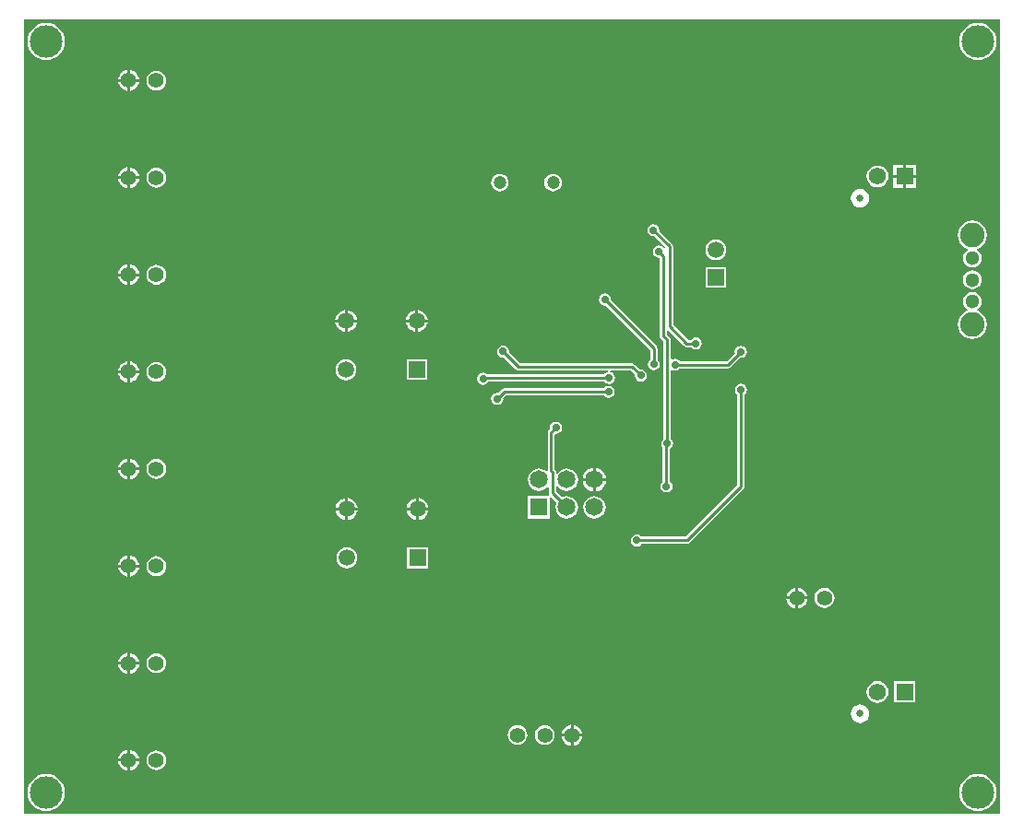
<source format=gbl>
G04*
G04 #@! TF.GenerationSoftware,Altium Limited,Altium Designer,21.9.2 (33)*
G04*
G04 Layer_Physical_Order=2*
G04 Layer_Color=16711680*
%FSLAX44Y44*%
%MOMM*%
G71*
G04*
G04 #@! TF.SameCoordinates,0E528642-7EEA-4571-B266-ABD313229C03*
G04*
G04*
G04 #@! TF.FilePolarity,Positive*
G04*
G01*
G75*
%ADD12C,0.2540*%
%ADD57C,1.4000*%
%ADD58C,1.3000*%
%ADD59C,2.2500*%
%ADD60R,1.5000X1.5000*%
%ADD61C,1.5000*%
%ADD62C,1.4160*%
%ADD63R,1.5000X1.5000*%
%ADD64C,1.2000*%
%ADD65R,1.6500X1.6500*%
%ADD66C,1.6500*%
%ADD67R,1.5750X1.5750*%
%ADD68C,1.5750*%
%ADD69C,0.6500*%
%ADD70C,3.0000*%
%ADD71C,0.7000*%
G36*
X895000Y-730000D02*
X0D01*
Y0D01*
X895000D01*
X895000Y-730000D01*
D02*
G37*
%LPC*%
G36*
X875000Y-2918D02*
X871667Y-3246D01*
X868463Y-4218D01*
X865510Y-5797D01*
X862921Y-7921D01*
X860797Y-10510D01*
X859218Y-13463D01*
X858246Y-16667D01*
X857918Y-20000D01*
X858246Y-23333D01*
X859218Y-26537D01*
X860797Y-29490D01*
X862921Y-32079D01*
X865510Y-34203D01*
X868463Y-35782D01*
X871667Y-36754D01*
X875000Y-37082D01*
X878333Y-36754D01*
X881537Y-35782D01*
X884490Y-34203D01*
X887079Y-32079D01*
X889203Y-29490D01*
X890782Y-26537D01*
X891754Y-23333D01*
X892082Y-20000D01*
X891754Y-16667D01*
X890782Y-13463D01*
X889203Y-10510D01*
X887079Y-7921D01*
X884490Y-5797D01*
X881537Y-4218D01*
X878333Y-3246D01*
X875000Y-2918D01*
D02*
G37*
G36*
X20000D02*
X16667Y-3246D01*
X13463Y-4218D01*
X10510Y-5797D01*
X7921Y-7921D01*
X5797Y-10510D01*
X4218Y-13463D01*
X3246Y-16667D01*
X2918Y-20000D01*
X3246Y-23333D01*
X4218Y-26537D01*
X5797Y-29490D01*
X7921Y-32079D01*
X10510Y-34203D01*
X13463Y-35782D01*
X16667Y-36754D01*
X20000Y-37082D01*
X23333Y-36754D01*
X26537Y-35782D01*
X29490Y-34203D01*
X32079Y-32079D01*
X34203Y-29490D01*
X35782Y-26537D01*
X36754Y-23333D01*
X37082Y-20000D01*
X36754Y-16667D01*
X35782Y-13463D01*
X34203Y-10510D01*
X32079Y-7921D01*
X29490Y-5797D01*
X26537Y-4218D01*
X23333Y-3246D01*
X20000Y-2918D01*
D02*
G37*
G36*
X96960Y-46454D02*
Y-54720D01*
X105226D01*
X105062Y-53479D01*
X104093Y-51139D01*
X102551Y-49129D01*
X100541Y-47587D01*
X98201Y-46618D01*
X96960Y-46454D01*
D02*
G37*
G36*
X94420D02*
X93179Y-46618D01*
X90838Y-47587D01*
X88829Y-49129D01*
X87287Y-51139D01*
X86318Y-53479D01*
X86154Y-54720D01*
X94420D01*
Y-46454D01*
D02*
G37*
G36*
X121090Y-46832D02*
X118720Y-47144D01*
X116511Y-48059D01*
X114614Y-49514D01*
X113159Y-51411D01*
X112244Y-53620D01*
X111932Y-55990D01*
X112244Y-58360D01*
X113159Y-60569D01*
X114614Y-62466D01*
X116511Y-63921D01*
X118720Y-64836D01*
X121090Y-65148D01*
X123460Y-64836D01*
X125669Y-63921D01*
X127566Y-62466D01*
X129021Y-60569D01*
X129936Y-58360D01*
X130248Y-55990D01*
X129936Y-53620D01*
X129021Y-51411D01*
X127566Y-49514D01*
X125669Y-48059D01*
X123460Y-47144D01*
X121090Y-46832D01*
D02*
G37*
G36*
X105226Y-57260D02*
X96960D01*
Y-65526D01*
X98201Y-65362D01*
X100541Y-64393D01*
X102551Y-62851D01*
X104093Y-60841D01*
X105062Y-58501D01*
X105226Y-57260D01*
D02*
G37*
G36*
X94420D02*
X86154D01*
X86318Y-58501D01*
X87287Y-60841D01*
X88829Y-62851D01*
X90838Y-64393D01*
X93179Y-65362D01*
X94420Y-65526D01*
Y-57260D01*
D02*
G37*
G36*
X818405Y-133605D02*
X809260D01*
Y-142750D01*
X818405D01*
Y-133605D01*
D02*
G37*
G36*
X806720D02*
X797575D01*
Y-142750D01*
X806720D01*
Y-133605D01*
D02*
G37*
G36*
X96960Y-135673D02*
Y-143939D01*
X105226D01*
X105062Y-142697D01*
X104093Y-140357D01*
X102551Y-138348D01*
X100541Y-136805D01*
X98201Y-135836D01*
X96960Y-135673D01*
D02*
G37*
G36*
X94420D02*
X93179Y-135836D01*
X90838Y-136805D01*
X88829Y-138348D01*
X87287Y-140357D01*
X86318Y-142697D01*
X86154Y-143939D01*
X94420D01*
Y-135673D01*
D02*
G37*
G36*
X782990Y-134060D02*
X780412Y-134399D01*
X778010Y-135394D01*
X775947Y-136977D01*
X774364Y-139040D01*
X773369Y-141442D01*
X773030Y-144020D01*
X773369Y-146598D01*
X774364Y-149000D01*
X775947Y-151063D01*
X778010Y-152646D01*
X780412Y-153641D01*
X782990Y-153980D01*
X785568Y-153641D01*
X787970Y-152646D01*
X790033Y-151063D01*
X791616Y-149000D01*
X792611Y-146598D01*
X792950Y-144020D01*
X792611Y-141442D01*
X791616Y-139040D01*
X790033Y-136977D01*
X787970Y-135394D01*
X785568Y-134399D01*
X782990Y-134060D01*
D02*
G37*
G36*
X121090Y-136050D02*
X118720Y-136362D01*
X116511Y-137277D01*
X114614Y-138733D01*
X113159Y-140629D01*
X112244Y-142838D01*
X111932Y-145209D01*
X112244Y-147579D01*
X113159Y-149788D01*
X114614Y-151685D01*
X116511Y-153140D01*
X118720Y-154055D01*
X121090Y-154367D01*
X123460Y-154055D01*
X125669Y-153140D01*
X127566Y-151685D01*
X129021Y-149788D01*
X129936Y-147579D01*
X130248Y-145209D01*
X129936Y-142838D01*
X129021Y-140629D01*
X127566Y-138733D01*
X125669Y-137277D01*
X123460Y-136362D01*
X121090Y-136050D01*
D02*
G37*
G36*
X818405Y-145290D02*
X809260D01*
Y-154435D01*
X818405D01*
Y-145290D01*
D02*
G37*
G36*
X806720D02*
X797575D01*
Y-154435D01*
X806720D01*
Y-145290D01*
D02*
G37*
G36*
X105226Y-146479D02*
X96960D01*
Y-154744D01*
X98201Y-154581D01*
X100541Y-153612D01*
X102551Y-152070D01*
X104093Y-150060D01*
X105062Y-147720D01*
X105226Y-146479D01*
D02*
G37*
G36*
X94420D02*
X86154D01*
X86318Y-147720D01*
X87287Y-150060D01*
X88829Y-152070D01*
X90838Y-153612D01*
X93179Y-154581D01*
X94420Y-154744D01*
Y-146479D01*
D02*
G37*
G36*
X485220Y-141751D02*
X483132Y-142026D01*
X481185Y-142832D01*
X479514Y-144115D01*
X478232Y-145786D01*
X477426Y-147732D01*
X477151Y-149820D01*
X477426Y-151909D01*
X478232Y-153855D01*
X479514Y-155526D01*
X481185Y-156808D01*
X483132Y-157614D01*
X485220Y-157889D01*
X487308Y-157614D01*
X489254Y-156808D01*
X490926Y-155526D01*
X492208Y-153855D01*
X493014Y-151909D01*
X493289Y-149820D01*
X493014Y-147732D01*
X492208Y-145786D01*
X490926Y-144115D01*
X489254Y-142832D01*
X487308Y-142026D01*
X485220Y-141751D01*
D02*
G37*
G36*
X436420D02*
X434332Y-142026D01*
X432385Y-142832D01*
X430714Y-144115D01*
X429432Y-145786D01*
X428626Y-147732D01*
X428351Y-149820D01*
X428626Y-151909D01*
X429432Y-153855D01*
X430714Y-155526D01*
X432385Y-156808D01*
X434332Y-157614D01*
X436420Y-157889D01*
X438508Y-157614D01*
X440454Y-156808D01*
X442126Y-155526D01*
X443408Y-153855D01*
X444214Y-151909D01*
X444489Y-149820D01*
X444214Y-147732D01*
X443408Y-145786D01*
X442126Y-144115D01*
X440454Y-142832D01*
X438508Y-142026D01*
X436420Y-141751D01*
D02*
G37*
G36*
X766990Y-155447D02*
X764771Y-155739D01*
X762703Y-156595D01*
X760928Y-157958D01*
X759565Y-159733D01*
X758709Y-161801D01*
X758417Y-164020D01*
X758709Y-166239D01*
X759565Y-168307D01*
X760928Y-170082D01*
X762703Y-171445D01*
X764771Y-172301D01*
X766990Y-172593D01*
X769209Y-172301D01*
X771276Y-171445D01*
X773052Y-170082D01*
X774415Y-168307D01*
X775271Y-166239D01*
X775563Y-164020D01*
X775271Y-161801D01*
X774415Y-159733D01*
X773052Y-157958D01*
X771276Y-156595D01*
X769209Y-155739D01*
X766990Y-155447D01*
D02*
G37*
G36*
X577250Y-187892D02*
X575104Y-188319D01*
X573285Y-189535D01*
X572069Y-191354D01*
X571642Y-193500D01*
X572069Y-195646D01*
X573285Y-197465D01*
X575104Y-198681D01*
X577250Y-199108D01*
X577995Y-198960D01*
X588155Y-209120D01*
X588084Y-209421D01*
X586721Y-209667D01*
X586465Y-209285D01*
X584646Y-208069D01*
X582500Y-207642D01*
X580354Y-208069D01*
X578535Y-209285D01*
X577319Y-211104D01*
X576892Y-213250D01*
X577319Y-215396D01*
X578535Y-217215D01*
X580354Y-218431D01*
X582500Y-218858D01*
X582916Y-219199D01*
Y-290500D01*
X583170Y-291776D01*
X583893Y-292857D01*
X586666Y-295631D01*
Y-313671D01*
X586606Y-313972D01*
Y-385153D01*
X586035Y-385535D01*
X584819Y-387354D01*
X584392Y-389500D01*
X584819Y-391646D01*
X585916Y-393288D01*
Y-424363D01*
X585285Y-424785D01*
X584069Y-426604D01*
X583642Y-428750D01*
X584069Y-430896D01*
X585285Y-432715D01*
X587104Y-433931D01*
X589250Y-434358D01*
X591396Y-433931D01*
X593215Y-432715D01*
X594431Y-430896D01*
X594858Y-428750D01*
X594431Y-426604D01*
X593215Y-424785D01*
X592584Y-424363D01*
Y-394388D01*
X593965Y-393465D01*
X595181Y-391646D01*
X595608Y-389500D01*
X595181Y-387354D01*
X593965Y-385535D01*
X593274Y-385073D01*
Y-322486D01*
X594544Y-321807D01*
X595104Y-322181D01*
X597250Y-322608D01*
X599396Y-322181D01*
X601215Y-320965D01*
X601637Y-320334D01*
X645750D01*
X647026Y-320080D01*
X648108Y-319357D01*
X656756Y-310710D01*
X657500Y-310858D01*
X659646Y-310431D01*
X661465Y-309215D01*
X662681Y-307396D01*
X663108Y-305250D01*
X662681Y-303104D01*
X661465Y-301285D01*
X659646Y-300069D01*
X657500Y-299642D01*
X655354Y-300069D01*
X653535Y-301285D01*
X652319Y-303104D01*
X651892Y-305250D01*
X652040Y-305995D01*
X644369Y-313666D01*
X601637D01*
X601215Y-313035D01*
X599396Y-311819D01*
X597250Y-311392D01*
X595104Y-311819D01*
X594454Y-312253D01*
X593334Y-311655D01*
Y-294250D01*
X593080Y-292974D01*
X592357Y-291893D01*
X589584Y-289119D01*
Y-285845D01*
X590854Y-285319D01*
X605392Y-299858D01*
X606474Y-300580D01*
X607750Y-300834D01*
X611863D01*
X612285Y-301465D01*
X614104Y-302681D01*
X616250Y-303108D01*
X618396Y-302681D01*
X620215Y-301465D01*
X621431Y-299646D01*
X621858Y-297500D01*
X621431Y-295354D01*
X620215Y-293535D01*
X618396Y-292319D01*
X616250Y-291892D01*
X614104Y-292319D01*
X612285Y-293535D01*
X611863Y-294166D01*
X609131D01*
X595334Y-280369D01*
Y-208250D01*
X595080Y-206974D01*
X594358Y-205893D01*
X582710Y-194245D01*
X582858Y-193500D01*
X582431Y-191354D01*
X581215Y-189535D01*
X579396Y-188319D01*
X577250Y-187892D01*
D02*
G37*
G36*
X634500Y-202018D02*
X632020Y-202345D01*
X629709Y-203302D01*
X627725Y-204825D01*
X626202Y-206809D01*
X625244Y-209120D01*
X624918Y-211600D01*
X625244Y-214080D01*
X626202Y-216391D01*
X627725Y-218375D01*
X629709Y-219898D01*
X632020Y-220856D01*
X634500Y-221182D01*
X636980Y-220856D01*
X639291Y-219898D01*
X641275Y-218375D01*
X642798Y-216391D01*
X643755Y-214080D01*
X644082Y-211600D01*
X643755Y-209120D01*
X642798Y-206809D01*
X641275Y-204825D01*
X639291Y-203302D01*
X636980Y-202345D01*
X634500Y-202018D01*
D02*
G37*
G36*
X870000Y-184636D02*
X866541Y-185091D01*
X863318Y-186426D01*
X860550Y-188550D01*
X858426Y-191318D01*
X857091Y-194541D01*
X856636Y-198000D01*
X857091Y-201459D01*
X858426Y-204682D01*
X860550Y-207450D01*
X863318Y-209574D01*
X865272Y-210383D01*
X865410Y-210756D01*
X865404Y-211813D01*
X863938Y-212938D01*
X862575Y-214713D01*
X861719Y-216781D01*
X861427Y-219000D01*
X861719Y-221219D01*
X862575Y-223287D01*
X863938Y-225062D01*
X865713Y-226425D01*
X867781Y-227281D01*
X870000Y-227573D01*
X872219Y-227281D01*
X874287Y-226425D01*
X876062Y-225062D01*
X877425Y-223287D01*
X878281Y-221219D01*
X878573Y-219000D01*
X878281Y-216781D01*
X877425Y-214713D01*
X876062Y-212938D01*
X874596Y-211813D01*
X874590Y-210756D01*
X874728Y-210383D01*
X876682Y-209574D01*
X879450Y-207450D01*
X881574Y-204682D01*
X882909Y-201459D01*
X883364Y-198000D01*
X882909Y-194541D01*
X881574Y-191318D01*
X879450Y-188550D01*
X876682Y-186426D01*
X873459Y-185091D01*
X870000Y-184636D01*
D02*
G37*
G36*
X96960Y-224891D02*
Y-233157D01*
X105226D01*
X105062Y-231916D01*
X104093Y-229576D01*
X102551Y-227566D01*
X100541Y-226024D01*
X98201Y-225055D01*
X96960Y-224891D01*
D02*
G37*
G36*
X94420D02*
X93179Y-225055D01*
X90838Y-226024D01*
X88829Y-227566D01*
X87287Y-229576D01*
X86318Y-231916D01*
X86154Y-233157D01*
X94420D01*
Y-224891D01*
D02*
G37*
G36*
X121090Y-225269D02*
X118720Y-225581D01*
X116511Y-226496D01*
X114614Y-227951D01*
X113159Y-229848D01*
X112244Y-232057D01*
X111932Y-234427D01*
X112244Y-236798D01*
X113159Y-239006D01*
X114614Y-240903D01*
X116511Y-242358D01*
X118720Y-243274D01*
X121090Y-243585D01*
X123460Y-243274D01*
X125669Y-242358D01*
X127566Y-240903D01*
X129021Y-239006D01*
X129936Y-236798D01*
X130248Y-234427D01*
X129936Y-232057D01*
X129021Y-229848D01*
X127566Y-227951D01*
X125669Y-226496D01*
X123460Y-225581D01*
X121090Y-225269D01*
D02*
G37*
G36*
X105226Y-235697D02*
X96960D01*
Y-243963D01*
X98201Y-243799D01*
X100541Y-242830D01*
X102551Y-241288D01*
X104093Y-239279D01*
X105062Y-236938D01*
X105226Y-235697D01*
D02*
G37*
G36*
X94420D02*
X86154D01*
X86318Y-236938D01*
X87287Y-239279D01*
X88829Y-241288D01*
X90838Y-242830D01*
X93179Y-243799D01*
X94420Y-243963D01*
Y-235697D01*
D02*
G37*
G36*
X644000Y-227500D02*
X625000D01*
Y-246500D01*
X644000D01*
Y-227500D01*
D02*
G37*
G36*
X870000Y-230427D02*
X867781Y-230719D01*
X865713Y-231575D01*
X863938Y-232938D01*
X862575Y-234713D01*
X861719Y-236781D01*
X861427Y-239000D01*
X861719Y-241219D01*
X862575Y-243287D01*
X863938Y-245062D01*
X865713Y-246425D01*
X867781Y-247281D01*
X870000Y-247573D01*
X872219Y-247281D01*
X874287Y-246425D01*
X876062Y-245062D01*
X877425Y-243287D01*
X878281Y-241219D01*
X878573Y-239000D01*
X878281Y-236781D01*
X877425Y-234713D01*
X876062Y-232938D01*
X874287Y-231575D01*
X872219Y-230719D01*
X870000Y-230427D01*
D02*
G37*
G36*
X296520Y-266791D02*
Y-275480D01*
X305209D01*
X305032Y-274129D01*
X304020Y-271687D01*
X302411Y-269589D01*
X300313Y-267980D01*
X297871Y-266968D01*
X296520Y-266791D01*
D02*
G37*
G36*
X361520Y-266791D02*
Y-275480D01*
X370209D01*
X370032Y-274129D01*
X369020Y-271687D01*
X367411Y-269589D01*
X365313Y-267980D01*
X362871Y-266968D01*
X361520Y-266791D01*
D02*
G37*
G36*
X358980Y-266791D02*
X357629Y-266968D01*
X355187Y-267980D01*
X353089Y-269589D01*
X351480Y-271687D01*
X350468Y-274129D01*
X350291Y-275480D01*
X358980D01*
Y-266791D01*
D02*
G37*
G36*
X293980D02*
X292629Y-266968D01*
X290187Y-267980D01*
X288089Y-269589D01*
X286480Y-271687D01*
X285468Y-274129D01*
X285291Y-275480D01*
X293980D01*
Y-266791D01*
D02*
G37*
G36*
X358980Y-278020D02*
X350291D01*
X350468Y-279371D01*
X351480Y-281813D01*
X353089Y-283911D01*
X355187Y-285520D01*
X357629Y-286532D01*
X358980Y-286709D01*
Y-278020D01*
D02*
G37*
G36*
X305209D02*
X296520D01*
Y-286709D01*
X297871Y-286532D01*
X300313Y-285520D01*
X302411Y-283911D01*
X304020Y-281813D01*
X305032Y-279371D01*
X305209Y-278020D01*
D02*
G37*
G36*
X293980D02*
X285291D01*
X285468Y-279371D01*
X286480Y-281813D01*
X288089Y-283911D01*
X290187Y-285520D01*
X292629Y-286532D01*
X293980Y-286709D01*
Y-278020D01*
D02*
G37*
G36*
X370209D02*
X361520D01*
Y-286709D01*
X362871Y-286532D01*
X365313Y-285520D01*
X367411Y-283911D01*
X369020Y-281813D01*
X370032Y-279371D01*
X370209Y-278020D01*
D02*
G37*
G36*
X870000Y-250427D02*
X867781Y-250719D01*
X865713Y-251575D01*
X863938Y-252938D01*
X862575Y-254713D01*
X861719Y-256781D01*
X861427Y-259000D01*
X861719Y-261219D01*
X862575Y-263287D01*
X863938Y-265062D01*
X865404Y-266187D01*
X865410Y-267244D01*
X865272Y-267617D01*
X863318Y-268426D01*
X860550Y-270550D01*
X858426Y-273318D01*
X857091Y-276541D01*
X856636Y-280000D01*
X857091Y-283459D01*
X858426Y-286682D01*
X860550Y-289450D01*
X863318Y-291574D01*
X866541Y-292909D01*
X870000Y-293364D01*
X873459Y-292909D01*
X876682Y-291574D01*
X879450Y-289450D01*
X881574Y-286682D01*
X882909Y-283459D01*
X883364Y-280000D01*
X882909Y-276541D01*
X881574Y-273318D01*
X879450Y-270550D01*
X876682Y-268426D01*
X874728Y-267617D01*
X874590Y-267244D01*
X874596Y-266187D01*
X876062Y-265062D01*
X877425Y-263287D01*
X878281Y-261219D01*
X878573Y-259000D01*
X878281Y-256781D01*
X877425Y-254713D01*
X876062Y-252938D01*
X874287Y-251575D01*
X872219Y-250719D01*
X870000Y-250427D01*
D02*
G37*
G36*
X532750Y-251642D02*
X530604Y-252069D01*
X528785Y-253285D01*
X527569Y-255104D01*
X527142Y-257250D01*
X527569Y-259396D01*
X528785Y-261215D01*
X530604Y-262431D01*
X532750Y-262858D01*
X533495Y-262710D01*
X574416Y-303631D01*
Y-312363D01*
X573785Y-312785D01*
X572569Y-314604D01*
X572142Y-316750D01*
X572569Y-318896D01*
X573785Y-320715D01*
X575604Y-321931D01*
X577750Y-322358D01*
X579896Y-321931D01*
X581715Y-320715D01*
X582931Y-318896D01*
X583358Y-316750D01*
X582931Y-314604D01*
X581715Y-312785D01*
X581084Y-312363D01*
Y-302250D01*
X580830Y-300974D01*
X580107Y-299893D01*
X538210Y-257995D01*
X538358Y-257250D01*
X537931Y-255104D01*
X536715Y-253285D01*
X534896Y-252069D01*
X532750Y-251642D01*
D02*
G37*
G36*
X96960Y-314110D02*
Y-322376D01*
X105226D01*
X105062Y-321134D01*
X104093Y-318794D01*
X102551Y-316785D01*
X100541Y-315243D01*
X98201Y-314273D01*
X96960Y-314110D01*
D02*
G37*
G36*
X94420D02*
X93179Y-314273D01*
X90838Y-315243D01*
X88829Y-316785D01*
X87287Y-318794D01*
X86318Y-321134D01*
X86154Y-322376D01*
X94420D01*
Y-314110D01*
D02*
G37*
G36*
X369750Y-312250D02*
X350750D01*
Y-331250D01*
X369750D01*
Y-312250D01*
D02*
G37*
G36*
X295250Y-312168D02*
X292770Y-312495D01*
X290459Y-313452D01*
X288475Y-314975D01*
X286952Y-316959D01*
X285995Y-319270D01*
X285668Y-321750D01*
X285995Y-324230D01*
X286952Y-326541D01*
X288475Y-328526D01*
X290459Y-330048D01*
X292770Y-331006D01*
X295250Y-331332D01*
X297730Y-331006D01*
X300041Y-330048D01*
X302026Y-328526D01*
X303548Y-326541D01*
X304506Y-324230D01*
X304832Y-321750D01*
X304506Y-319270D01*
X303548Y-316959D01*
X302026Y-314975D01*
X300041Y-313452D01*
X297730Y-312495D01*
X295250Y-312168D01*
D02*
G37*
G36*
X439250Y-299392D02*
X437104Y-299819D01*
X435285Y-301035D01*
X434069Y-302854D01*
X433642Y-305000D01*
X434069Y-307146D01*
X435285Y-308965D01*
X437104Y-310181D01*
X439250Y-310608D01*
X439995Y-310460D01*
X451143Y-321608D01*
X452224Y-322330D01*
X453500Y-322584D01*
X535310D01*
X535435Y-323854D01*
X534354Y-324069D01*
X532535Y-325285D01*
X532113Y-325916D01*
X424787D01*
X423146Y-324819D01*
X421000Y-324392D01*
X418854Y-324819D01*
X417035Y-326035D01*
X415819Y-327854D01*
X415392Y-330000D01*
X415819Y-332146D01*
X417035Y-333965D01*
X418854Y-335181D01*
X421000Y-335608D01*
X423146Y-335181D01*
X424965Y-333965D01*
X425888Y-332584D01*
X532113D01*
X532535Y-333215D01*
X534354Y-334431D01*
X536500Y-334858D01*
X538646Y-334431D01*
X540465Y-333215D01*
X541681Y-331396D01*
X542108Y-329250D01*
X541681Y-327104D01*
X540465Y-325285D01*
X538646Y-324069D01*
X537565Y-323854D01*
X537690Y-322584D01*
X556619D01*
X560290Y-326255D01*
X560142Y-327000D01*
X560569Y-329146D01*
X561785Y-330965D01*
X563604Y-332181D01*
X565750Y-332608D01*
X567896Y-332181D01*
X569715Y-330965D01*
X570931Y-329146D01*
X571358Y-327000D01*
X570931Y-324854D01*
X569715Y-323035D01*
X567896Y-321819D01*
X565750Y-321392D01*
X565005Y-321540D01*
X560358Y-316893D01*
X559276Y-316170D01*
X558000Y-315916D01*
X454881D01*
X444710Y-305745D01*
X444858Y-305000D01*
X444431Y-302854D01*
X443215Y-301035D01*
X441396Y-299819D01*
X439250Y-299392D01*
D02*
G37*
G36*
X121090Y-314487D02*
X118720Y-314799D01*
X116511Y-315714D01*
X114614Y-317170D01*
X113159Y-319067D01*
X112244Y-321275D01*
X111932Y-323646D01*
X112244Y-326016D01*
X113159Y-328225D01*
X114614Y-330122D01*
X116511Y-331577D01*
X118720Y-332492D01*
X121090Y-332804D01*
X123460Y-332492D01*
X125669Y-331577D01*
X127566Y-330122D01*
X129021Y-328225D01*
X129936Y-326016D01*
X130248Y-323646D01*
X129936Y-321275D01*
X129021Y-319067D01*
X127566Y-317170D01*
X125669Y-315714D01*
X123460Y-314799D01*
X121090Y-314487D01*
D02*
G37*
G36*
X105226Y-324916D02*
X96960D01*
Y-333181D01*
X98201Y-333018D01*
X100541Y-332049D01*
X102551Y-330507D01*
X104093Y-328497D01*
X105062Y-326157D01*
X105226Y-324916D01*
D02*
G37*
G36*
X94420D02*
X86154D01*
X86318Y-326157D01*
X87287Y-328497D01*
X88829Y-330507D01*
X90838Y-332049D01*
X93179Y-333018D01*
X94420Y-333181D01*
Y-324916D01*
D02*
G37*
G36*
X536250Y-336392D02*
X534104Y-336819D01*
X532285Y-338035D01*
X531863Y-338666D01*
X440500D01*
X439224Y-338920D01*
X438143Y-339642D01*
X434745Y-343040D01*
X434000Y-342892D01*
X431854Y-343319D01*
X430035Y-344535D01*
X428819Y-346354D01*
X428392Y-348500D01*
X428819Y-350646D01*
X430035Y-352465D01*
X431854Y-353681D01*
X434000Y-354108D01*
X436146Y-353681D01*
X437965Y-352465D01*
X439181Y-350646D01*
X439608Y-348500D01*
X439460Y-347755D01*
X441881Y-345334D01*
X531863D01*
X532285Y-345965D01*
X534104Y-347181D01*
X536250Y-347608D01*
X538396Y-347181D01*
X540215Y-345965D01*
X541431Y-344146D01*
X541858Y-342000D01*
X541431Y-339854D01*
X540215Y-338035D01*
X538396Y-336819D01*
X536250Y-336392D01*
D02*
G37*
G36*
X96960Y-403329D02*
Y-411594D01*
X105226D01*
X105062Y-410353D01*
X104093Y-408013D01*
X102551Y-406003D01*
X100541Y-404461D01*
X98201Y-403492D01*
X96960Y-403329D01*
D02*
G37*
G36*
X94420D02*
X93179Y-403492D01*
X90838Y-404461D01*
X88829Y-406003D01*
X87287Y-408013D01*
X86318Y-410353D01*
X86154Y-411594D01*
X94420D01*
Y-403329D01*
D02*
G37*
G36*
X487750Y-369392D02*
X485604Y-369819D01*
X483785Y-371035D01*
X482569Y-372854D01*
X482142Y-375000D01*
X482290Y-375745D01*
X481143Y-376893D01*
X480420Y-377974D01*
X480166Y-379250D01*
Y-414127D01*
X479865Y-414396D01*
X478985Y-414821D01*
X477519Y-413697D01*
X475026Y-412664D01*
X472350Y-412312D01*
X469674Y-412664D01*
X467181Y-413697D01*
X465040Y-415340D01*
X463397Y-417481D01*
X462364Y-419974D01*
X462012Y-422650D01*
X462364Y-425326D01*
X463397Y-427819D01*
X465040Y-429960D01*
X467181Y-431603D01*
X469674Y-432636D01*
X472350Y-432988D01*
X475026Y-432636D01*
X477519Y-431603D01*
X479660Y-429960D01*
X479963Y-429566D01*
X481166Y-429974D01*
Y-434800D01*
X481420Y-436076D01*
X481723Y-436530D01*
X481044Y-437800D01*
X462100D01*
Y-458300D01*
X482600D01*
Y-439411D01*
X483870Y-438885D01*
X488524Y-443539D01*
X487764Y-445374D01*
X487412Y-448050D01*
X487764Y-450726D01*
X488797Y-453219D01*
X490440Y-455360D01*
X492581Y-457003D01*
X495074Y-458036D01*
X497750Y-458388D01*
X500426Y-458036D01*
X502919Y-457003D01*
X505060Y-455360D01*
X506703Y-453219D01*
X507736Y-450726D01*
X508088Y-448050D01*
X507736Y-445374D01*
X506703Y-442881D01*
X505060Y-440740D01*
X502919Y-439097D01*
X500426Y-438064D01*
X497750Y-437712D01*
X495074Y-438064D01*
X493239Y-438824D01*
X487834Y-433419D01*
Y-428651D01*
X489104Y-428220D01*
X490440Y-429960D01*
X492581Y-431603D01*
X495074Y-432636D01*
X497750Y-432988D01*
X500426Y-432636D01*
X502919Y-431603D01*
X505060Y-429960D01*
X506703Y-427819D01*
X507736Y-425326D01*
X508088Y-422650D01*
X507736Y-419974D01*
X506703Y-417481D01*
X505060Y-415340D01*
X502919Y-413697D01*
X500426Y-412664D01*
X497750Y-412312D01*
X495074Y-412664D01*
X492581Y-413697D01*
X490440Y-415340D01*
X489104Y-417080D01*
X487834Y-416649D01*
Y-415250D01*
X487580Y-413974D01*
X486857Y-412892D01*
X486834Y-412869D01*
Y-381720D01*
X487750Y-380608D01*
X489896Y-380181D01*
X491715Y-378965D01*
X492931Y-377146D01*
X493358Y-375000D01*
X492931Y-372854D01*
X491715Y-371035D01*
X489896Y-369819D01*
X487750Y-369392D01*
D02*
G37*
G36*
X524420Y-411934D02*
Y-421380D01*
X533866D01*
X533662Y-419833D01*
X532575Y-417208D01*
X530845Y-414954D01*
X528592Y-413225D01*
X525967Y-412138D01*
X524420Y-411934D01*
D02*
G37*
G36*
X521880D02*
X520333Y-412138D01*
X517708Y-413225D01*
X515454Y-414954D01*
X513725Y-417208D01*
X512638Y-419833D01*
X512434Y-421380D01*
X521880D01*
Y-411934D01*
D02*
G37*
G36*
X121090Y-403706D02*
X118720Y-404018D01*
X116511Y-404933D01*
X114614Y-406388D01*
X113159Y-408285D01*
X112244Y-410494D01*
X111932Y-412864D01*
X112244Y-415235D01*
X113159Y-417444D01*
X114614Y-419340D01*
X116511Y-420796D01*
X118720Y-421711D01*
X121090Y-422023D01*
X123460Y-421711D01*
X125669Y-420796D01*
X127566Y-419340D01*
X129021Y-417444D01*
X129936Y-415235D01*
X130248Y-412864D01*
X129936Y-410494D01*
X129021Y-408285D01*
X127566Y-406388D01*
X125669Y-404933D01*
X123460Y-404018D01*
X121090Y-403706D01*
D02*
G37*
G36*
X105226Y-414134D02*
X96960D01*
Y-422400D01*
X98201Y-422237D01*
X100541Y-421267D01*
X102551Y-419725D01*
X104093Y-417716D01*
X105062Y-415376D01*
X105226Y-414134D01*
D02*
G37*
G36*
X94420D02*
X86154D01*
X86318Y-415376D01*
X87287Y-417716D01*
X88829Y-419725D01*
X90838Y-421267D01*
X93179Y-422237D01*
X94420Y-422400D01*
Y-414134D01*
D02*
G37*
G36*
X533866Y-423920D02*
X524420D01*
Y-433366D01*
X525967Y-433162D01*
X528592Y-432075D01*
X530845Y-430345D01*
X532575Y-428092D01*
X533662Y-425467D01*
X533866Y-423920D01*
D02*
G37*
G36*
X521880D02*
X512434D01*
X512638Y-425467D01*
X513725Y-428092D01*
X515454Y-430345D01*
X517708Y-432075D01*
X520333Y-433162D01*
X521880Y-433366D01*
Y-423920D01*
D02*
G37*
G36*
X297110Y-439561D02*
Y-448250D01*
X305799D01*
X305622Y-446899D01*
X304610Y-444457D01*
X303001Y-442359D01*
X300903Y-440750D01*
X298461Y-439738D01*
X297110Y-439561D01*
D02*
G37*
G36*
X362110Y-439561D02*
Y-448250D01*
X370799D01*
X370622Y-446899D01*
X369610Y-444457D01*
X368001Y-442359D01*
X365903Y-440750D01*
X363461Y-439738D01*
X362110Y-439561D01*
D02*
G37*
G36*
X359570Y-439561D02*
X358219Y-439738D01*
X355777Y-440750D01*
X353679Y-442359D01*
X352070Y-444457D01*
X351058Y-446899D01*
X350881Y-448250D01*
X359570D01*
Y-439561D01*
D02*
G37*
G36*
X294570D02*
X293219Y-439738D01*
X290777Y-440750D01*
X288679Y-442359D01*
X287070Y-444457D01*
X286058Y-446899D01*
X285881Y-448250D01*
X294570D01*
Y-439561D01*
D02*
G37*
G36*
X523150Y-437712D02*
X520474Y-438064D01*
X517981Y-439097D01*
X515840Y-440740D01*
X514197Y-442881D01*
X513164Y-445374D01*
X512812Y-448050D01*
X513164Y-450726D01*
X514197Y-453219D01*
X515840Y-455360D01*
X517981Y-457003D01*
X520474Y-458036D01*
X523150Y-458388D01*
X525826Y-458036D01*
X528319Y-457003D01*
X530460Y-455360D01*
X532103Y-453219D01*
X533136Y-450726D01*
X533488Y-448050D01*
X533136Y-445374D01*
X532103Y-442881D01*
X530460Y-440740D01*
X528319Y-439097D01*
X525826Y-438064D01*
X523150Y-437712D01*
D02*
G37*
G36*
X359570Y-450790D02*
X350881D01*
X351058Y-452141D01*
X352070Y-454583D01*
X353679Y-456681D01*
X355777Y-458290D01*
X358219Y-459302D01*
X359570Y-459479D01*
Y-450790D01*
D02*
G37*
G36*
X305799D02*
X297110D01*
Y-459479D01*
X298461Y-459302D01*
X300903Y-458290D01*
X303001Y-456681D01*
X304610Y-454583D01*
X305622Y-452141D01*
X305799Y-450790D01*
D02*
G37*
G36*
X294570D02*
X285881D01*
X286058Y-452141D01*
X287070Y-454583D01*
X288679Y-456681D01*
X290777Y-458290D01*
X293219Y-459302D01*
X294570Y-459479D01*
Y-450790D01*
D02*
G37*
G36*
X370799D02*
X362110D01*
Y-459479D01*
X363461Y-459302D01*
X365903Y-458290D01*
X368001Y-456681D01*
X369610Y-454583D01*
X370622Y-452141D01*
X370799Y-450790D01*
D02*
G37*
G36*
X657750Y-334642D02*
X655604Y-335069D01*
X653785Y-336285D01*
X652569Y-338104D01*
X652142Y-340250D01*
X652569Y-342396D01*
X653785Y-344215D01*
X654416Y-344637D01*
Y-427369D01*
X606619Y-475166D01*
X566387D01*
X565965Y-474535D01*
X564146Y-473319D01*
X562000Y-472892D01*
X559854Y-473319D01*
X558035Y-474535D01*
X556819Y-476354D01*
X556392Y-478500D01*
X556819Y-480646D01*
X558035Y-482465D01*
X559854Y-483681D01*
X562000Y-484108D01*
X564146Y-483681D01*
X565965Y-482465D01*
X566387Y-481834D01*
X608000D01*
X609276Y-481580D01*
X610358Y-480858D01*
X660107Y-431107D01*
X660830Y-430026D01*
X661084Y-428750D01*
Y-344637D01*
X661715Y-344215D01*
X662931Y-342396D01*
X663358Y-340250D01*
X662931Y-338104D01*
X661715Y-336285D01*
X659896Y-335069D01*
X657750Y-334642D01*
D02*
G37*
G36*
X96960Y-492547D02*
Y-500813D01*
X105226D01*
X105062Y-499571D01*
X104093Y-497231D01*
X102551Y-495222D01*
X100541Y-493680D01*
X98201Y-492710D01*
X96960Y-492547D01*
D02*
G37*
G36*
X94420D02*
X93179Y-492710D01*
X90838Y-493680D01*
X88829Y-495222D01*
X87287Y-497231D01*
X86318Y-499571D01*
X86154Y-500813D01*
X94420D01*
Y-492547D01*
D02*
G37*
G36*
X370340Y-485020D02*
X351340D01*
Y-504020D01*
X370340D01*
Y-485020D01*
D02*
G37*
G36*
X295840Y-484938D02*
X293360Y-485265D01*
X291049Y-486222D01*
X289065Y-487745D01*
X287542Y-489729D01*
X286584Y-492040D01*
X286258Y-494520D01*
X286584Y-497000D01*
X287542Y-499311D01*
X289065Y-501296D01*
X291049Y-502818D01*
X293360Y-503775D01*
X295840Y-504102D01*
X298320Y-503775D01*
X300631Y-502818D01*
X302615Y-501296D01*
X304138Y-499311D01*
X305096Y-497000D01*
X305422Y-494520D01*
X305096Y-492040D01*
X304138Y-489729D01*
X302615Y-487745D01*
X300631Y-486222D01*
X298320Y-485265D01*
X295840Y-484938D01*
D02*
G37*
G36*
X121090Y-492924D02*
X118720Y-493237D01*
X116511Y-494151D01*
X114614Y-495607D01*
X113159Y-497504D01*
X112244Y-499712D01*
X111932Y-502083D01*
X112244Y-504453D01*
X113159Y-506662D01*
X114614Y-508559D01*
X116511Y-510014D01*
X118720Y-510929D01*
X121090Y-511241D01*
X123460Y-510929D01*
X125669Y-510014D01*
X127566Y-508559D01*
X129021Y-506662D01*
X129936Y-504453D01*
X130248Y-502083D01*
X129936Y-499712D01*
X129021Y-497504D01*
X127566Y-495607D01*
X125669Y-494151D01*
X123460Y-493237D01*
X121090Y-492924D01*
D02*
G37*
G36*
X105226Y-503353D02*
X96960D01*
Y-511619D01*
X98201Y-511455D01*
X100541Y-510486D01*
X102551Y-508944D01*
X104093Y-506934D01*
X105062Y-504594D01*
X105226Y-503353D01*
D02*
G37*
G36*
X94420D02*
X86154D01*
X86318Y-504594D01*
X87287Y-506934D01*
X88829Y-508944D01*
X90838Y-510486D01*
X93179Y-511455D01*
X94420Y-511619D01*
Y-503353D01*
D02*
G37*
G36*
X710200Y-521834D02*
Y-530100D01*
X718466D01*
X718302Y-528859D01*
X717333Y-526519D01*
X715791Y-524509D01*
X713782Y-522967D01*
X711441Y-521998D01*
X710200Y-521834D01*
D02*
G37*
G36*
X707660D02*
X706419Y-521998D01*
X704079Y-522967D01*
X702069Y-524509D01*
X700527Y-526519D01*
X699558Y-528859D01*
X699394Y-530100D01*
X707660D01*
Y-521834D01*
D02*
G37*
G36*
X734330Y-522212D02*
X731960Y-522524D01*
X729751Y-523439D01*
X727854Y-524894D01*
X726399Y-526791D01*
X725484Y-529000D01*
X725172Y-531370D01*
X725484Y-533740D01*
X726399Y-535949D01*
X727854Y-537846D01*
X729751Y-539301D01*
X731960Y-540216D01*
X734330Y-540528D01*
X736700Y-540216D01*
X738909Y-539301D01*
X740806Y-537846D01*
X742261Y-535949D01*
X743176Y-533740D01*
X743488Y-531370D01*
X743176Y-529000D01*
X742261Y-526791D01*
X740806Y-524894D01*
X738909Y-523439D01*
X736700Y-522524D01*
X734330Y-522212D01*
D02*
G37*
G36*
X718466Y-532640D02*
X710200D01*
Y-540906D01*
X711441Y-540742D01*
X713782Y-539773D01*
X715791Y-538231D01*
X717333Y-536222D01*
X718302Y-533881D01*
X718466Y-532640D01*
D02*
G37*
G36*
X707660D02*
X699394D01*
X699558Y-533881D01*
X700527Y-536222D01*
X702069Y-538231D01*
X704079Y-539773D01*
X706419Y-540742D01*
X707660Y-540906D01*
Y-532640D01*
D02*
G37*
G36*
X96960Y-581766D02*
Y-590031D01*
X105226D01*
X105062Y-588790D01*
X104093Y-586450D01*
X102551Y-584440D01*
X100541Y-582898D01*
X98201Y-581929D01*
X96960Y-581766D01*
D02*
G37*
G36*
X94420D02*
X93179Y-581929D01*
X90838Y-582898D01*
X88829Y-584440D01*
X87287Y-586450D01*
X86318Y-588790D01*
X86154Y-590031D01*
X94420D01*
Y-581766D01*
D02*
G37*
G36*
X121090Y-582143D02*
X118720Y-582455D01*
X116511Y-583370D01*
X114614Y-584826D01*
X113159Y-586722D01*
X112244Y-588931D01*
X111932Y-591301D01*
X112244Y-593672D01*
X113159Y-595881D01*
X114614Y-597777D01*
X116511Y-599233D01*
X118720Y-600148D01*
X121090Y-600460D01*
X123460Y-600148D01*
X125669Y-599233D01*
X127566Y-597777D01*
X129021Y-595881D01*
X129936Y-593672D01*
X130248Y-591301D01*
X129936Y-588931D01*
X129021Y-586722D01*
X127566Y-584826D01*
X125669Y-583370D01*
X123460Y-582455D01*
X121090Y-582143D01*
D02*
G37*
G36*
X105226Y-592571D02*
X96960D01*
Y-600837D01*
X98201Y-600674D01*
X100541Y-599705D01*
X102551Y-598162D01*
X104093Y-596153D01*
X105062Y-593813D01*
X105226Y-592571D01*
D02*
G37*
G36*
X94420D02*
X86154D01*
X86318Y-593813D01*
X87287Y-596153D01*
X88829Y-598162D01*
X90838Y-599705D01*
X93179Y-600674D01*
X94420Y-600837D01*
Y-592571D01*
D02*
G37*
G36*
X817865Y-607855D02*
X798115D01*
Y-627605D01*
X817865D01*
Y-607855D01*
D02*
G37*
G36*
X782990Y-607770D02*
X780412Y-608109D01*
X778010Y-609104D01*
X775947Y-610687D01*
X774364Y-612750D01*
X773369Y-615152D01*
X773030Y-617730D01*
X773369Y-620308D01*
X774364Y-622710D01*
X775947Y-624773D01*
X778010Y-626356D01*
X780412Y-627351D01*
X782990Y-627690D01*
X785568Y-627351D01*
X787970Y-626356D01*
X790033Y-624773D01*
X791616Y-622710D01*
X792611Y-620308D01*
X792950Y-617730D01*
X792611Y-615152D01*
X791616Y-612750D01*
X790033Y-610687D01*
X787970Y-609104D01*
X785568Y-608109D01*
X782990Y-607770D01*
D02*
G37*
G36*
X766990Y-629157D02*
X764771Y-629449D01*
X762703Y-630305D01*
X760928Y-631668D01*
X759565Y-633443D01*
X758709Y-635511D01*
X758417Y-637730D01*
X758709Y-639949D01*
X759565Y-642017D01*
X760928Y-643792D01*
X762703Y-645155D01*
X764771Y-646011D01*
X766990Y-646303D01*
X769209Y-646011D01*
X771276Y-645155D01*
X773052Y-643792D01*
X774415Y-642017D01*
X775271Y-639949D01*
X775563Y-637730D01*
X775271Y-635511D01*
X774415Y-633443D01*
X773052Y-631668D01*
X771276Y-630305D01*
X769209Y-629449D01*
X766990Y-629157D01*
D02*
G37*
G36*
X503890Y-647925D02*
Y-656110D01*
X512075D01*
X511914Y-654890D01*
X510953Y-652569D01*
X509424Y-650576D01*
X507431Y-649047D01*
X505110Y-648085D01*
X503890Y-647925D01*
D02*
G37*
G36*
X501350Y-647925D02*
X500130Y-648085D01*
X497809Y-649047D01*
X495816Y-650576D01*
X494287Y-652569D01*
X493326Y-654890D01*
X493165Y-656110D01*
X501350D01*
Y-647925D01*
D02*
G37*
G36*
X477620Y-648302D02*
X475271Y-648612D01*
X473081Y-649519D01*
X471201Y-650961D01*
X469758Y-652841D01*
X468852Y-655031D01*
X468542Y-657380D01*
X468852Y-659730D01*
X469758Y-661919D01*
X471201Y-663799D01*
X473081Y-665241D01*
X475271Y-666148D01*
X477620Y-666458D01*
X479969Y-666148D01*
X482159Y-665241D01*
X484039Y-663799D01*
X485481Y-661919D01*
X486388Y-659730D01*
X486698Y-657380D01*
X486388Y-655031D01*
X485481Y-652841D01*
X484039Y-650961D01*
X482159Y-649519D01*
X479969Y-648612D01*
X477620Y-648302D01*
D02*
G37*
G36*
X452620D02*
X450271Y-648612D01*
X448081Y-649519D01*
X446201Y-650961D01*
X444758Y-652841D01*
X443852Y-655031D01*
X443542Y-657380D01*
X443852Y-659730D01*
X444758Y-661919D01*
X446201Y-663799D01*
X448081Y-665241D01*
X450271Y-666148D01*
X452620Y-666458D01*
X454969Y-666148D01*
X457159Y-665241D01*
X459039Y-663799D01*
X460481Y-661919D01*
X461388Y-659730D01*
X461698Y-657380D01*
X461388Y-655031D01*
X460481Y-652841D01*
X459039Y-650961D01*
X457159Y-649519D01*
X454969Y-648612D01*
X452620Y-648302D01*
D02*
G37*
G36*
X512075Y-658650D02*
X503890D01*
Y-666835D01*
X505110Y-666674D01*
X507431Y-665713D01*
X509424Y-664184D01*
X510953Y-662191D01*
X511914Y-659870D01*
X512075Y-658650D01*
D02*
G37*
G36*
X501350D02*
X493165D01*
X493326Y-659870D01*
X494287Y-662191D01*
X495816Y-664184D01*
X497809Y-665713D01*
X500130Y-666674D01*
X501350Y-666835D01*
Y-658650D01*
D02*
G37*
G36*
X96960Y-670984D02*
Y-679250D01*
X105226D01*
X105062Y-678009D01*
X104093Y-675668D01*
X102551Y-673659D01*
X100541Y-672117D01*
X98201Y-671148D01*
X96960Y-670984D01*
D02*
G37*
G36*
X94420D02*
X93179Y-671148D01*
X90838Y-672117D01*
X88829Y-673659D01*
X87287Y-675668D01*
X86318Y-678009D01*
X86154Y-679250D01*
X94420D01*
Y-670984D01*
D02*
G37*
G36*
X121090Y-671362D02*
X118720Y-671674D01*
X116511Y-672589D01*
X114614Y-674044D01*
X113159Y-675941D01*
X112244Y-678150D01*
X111932Y-680520D01*
X112244Y-682890D01*
X113159Y-685099D01*
X114614Y-686996D01*
X116511Y-688451D01*
X118720Y-689366D01*
X121090Y-689678D01*
X123460Y-689366D01*
X125669Y-688451D01*
X127566Y-686996D01*
X129021Y-685099D01*
X129936Y-682890D01*
X130248Y-680520D01*
X129936Y-678150D01*
X129021Y-675941D01*
X127566Y-674044D01*
X125669Y-672589D01*
X123460Y-671674D01*
X121090Y-671362D01*
D02*
G37*
G36*
X105226Y-681790D02*
X96960D01*
Y-690056D01*
X98201Y-689892D01*
X100541Y-688923D01*
X102551Y-687381D01*
X104093Y-685371D01*
X105062Y-683031D01*
X105226Y-681790D01*
D02*
G37*
G36*
X94420D02*
X86154D01*
X86318Y-683031D01*
X87287Y-685371D01*
X88829Y-687381D01*
X90838Y-688923D01*
X93179Y-689892D01*
X94420Y-690056D01*
Y-681790D01*
D02*
G37*
G36*
X875000Y-692918D02*
X871667Y-693246D01*
X868463Y-694218D01*
X865510Y-695797D01*
X862921Y-697921D01*
X860797Y-700510D01*
X859218Y-703463D01*
X858246Y-706667D01*
X857918Y-710000D01*
X858246Y-713333D01*
X859218Y-716537D01*
X860797Y-719490D01*
X862921Y-722079D01*
X865510Y-724203D01*
X868463Y-725782D01*
X871667Y-726754D01*
X875000Y-727082D01*
X878333Y-726754D01*
X881537Y-725782D01*
X884490Y-724203D01*
X887079Y-722079D01*
X889203Y-719490D01*
X890782Y-716537D01*
X891754Y-713333D01*
X892082Y-710000D01*
X891754Y-706667D01*
X890782Y-703463D01*
X889203Y-700510D01*
X887079Y-697921D01*
X884490Y-695797D01*
X881537Y-694218D01*
X878333Y-693246D01*
X875000Y-692918D01*
D02*
G37*
G36*
X20000D02*
X16667Y-693246D01*
X13463Y-694218D01*
X10510Y-695797D01*
X7921Y-697921D01*
X5797Y-700510D01*
X4218Y-703463D01*
X3246Y-706667D01*
X2918Y-710000D01*
X3246Y-713333D01*
X4218Y-716537D01*
X5797Y-719490D01*
X7921Y-722079D01*
X10510Y-724203D01*
X13463Y-725782D01*
X16667Y-726754D01*
X20000Y-727082D01*
X23333Y-726754D01*
X26537Y-725782D01*
X29490Y-724203D01*
X32079Y-722079D01*
X34203Y-719490D01*
X35782Y-716537D01*
X36754Y-713333D01*
X37082Y-710000D01*
X36754Y-706667D01*
X35782Y-703463D01*
X34203Y-700510D01*
X32079Y-697921D01*
X29490Y-695797D01*
X26537Y-694218D01*
X23333Y-693246D01*
X20000Y-692918D01*
D02*
G37*
%LPD*%
D12*
X421750Y-329250D02*
X536500D01*
X421000Y-330000D02*
X421750Y-329250D01*
X483500Y-414250D02*
Y-379250D01*
Y-414250D02*
X484500Y-415250D01*
X483500Y-379250D02*
X487750Y-375000D01*
X645750Y-317000D02*
X657500Y-305250D01*
X597250Y-317000D02*
X645750D01*
X589940Y-389440D02*
Y-313972D01*
Y-389440D02*
X590000Y-389500D01*
Y-313912D02*
Y-294250D01*
X589940Y-313972D02*
X590000Y-313912D01*
X577750Y-316750D02*
Y-302250D01*
X532750Y-257250D02*
X577750Y-302250D01*
X657750Y-428750D02*
Y-340250D01*
X608000Y-478500D02*
X657750Y-428750D01*
X562000Y-478500D02*
X608000D01*
X439250Y-305000D02*
X453500Y-319250D01*
X558000D01*
X565750Y-327000D01*
X434000Y-348500D02*
X440500Y-342000D01*
X536250D01*
X582500Y-213250D02*
X586250Y-217000D01*
Y-290500D02*
Y-217000D01*
Y-290500D02*
X590000Y-294250D01*
X589250Y-390250D02*
X590000Y-389500D01*
X589250Y-428750D02*
Y-390250D01*
X577250Y-193500D02*
X592000Y-208250D01*
Y-281750D02*
Y-208250D01*
Y-281750D02*
X607750Y-297500D01*
X616250D01*
X484500Y-434800D02*
X497750Y-448050D01*
X484500Y-434800D02*
Y-415250D01*
D57*
X502620Y-657380D02*
D03*
X477620D02*
D03*
X452620D02*
D03*
D58*
X870000Y-259000D02*
D03*
Y-239000D02*
D03*
Y-219000D02*
D03*
D59*
Y-280000D02*
D03*
Y-198000D02*
D03*
D60*
X360250Y-321750D02*
D03*
X360840Y-494520D02*
D03*
D61*
X295250Y-321750D02*
D03*
X360250Y-276750D02*
D03*
X295250D02*
D03*
X295840Y-449520D02*
D03*
X360840D02*
D03*
X295840Y-494520D02*
D03*
X634500Y-211600D02*
D03*
D62*
X121090Y-55990D02*
D03*
X95690D02*
D03*
Y-145209D02*
D03*
X121090D02*
D03*
Y-234427D02*
D03*
X95690D02*
D03*
Y-323646D02*
D03*
X121090D02*
D03*
Y-412864D02*
D03*
X95690D02*
D03*
Y-502083D02*
D03*
X121090D02*
D03*
Y-591301D02*
D03*
X95690D02*
D03*
Y-680520D02*
D03*
X121090D02*
D03*
X734330Y-531370D02*
D03*
X708930D02*
D03*
D63*
X634500Y-237000D02*
D03*
D64*
X436420Y-149820D02*
D03*
X485220D02*
D03*
D65*
X472350Y-448050D02*
D03*
D66*
Y-422650D02*
D03*
X497750Y-448050D02*
D03*
Y-422650D02*
D03*
X523150Y-448050D02*
D03*
Y-422650D02*
D03*
D67*
X807990Y-617730D02*
D03*
Y-144020D02*
D03*
D68*
X782990Y-617730D02*
D03*
Y-144020D02*
D03*
D69*
X766990Y-637730D02*
D03*
Y-164020D02*
D03*
D70*
X875000Y-20000D02*
D03*
Y-710000D02*
D03*
X20000D02*
D03*
Y-20000D02*
D03*
D71*
X421000Y-330000D02*
D03*
X657500Y-305250D02*
D03*
X597250Y-317000D02*
D03*
X577750Y-316750D02*
D03*
X532750Y-257250D02*
D03*
X657750Y-340250D02*
D03*
X562000Y-478500D02*
D03*
X439250Y-305000D02*
D03*
X565750Y-327000D02*
D03*
X536500Y-329250D02*
D03*
X434000Y-348500D02*
D03*
X536250Y-342000D02*
D03*
X582500Y-213250D02*
D03*
X590000Y-389500D02*
D03*
X589250Y-428750D02*
D03*
X577250Y-193500D02*
D03*
X616250Y-297500D02*
D03*
X487750Y-375000D02*
D03*
M02*

</source>
